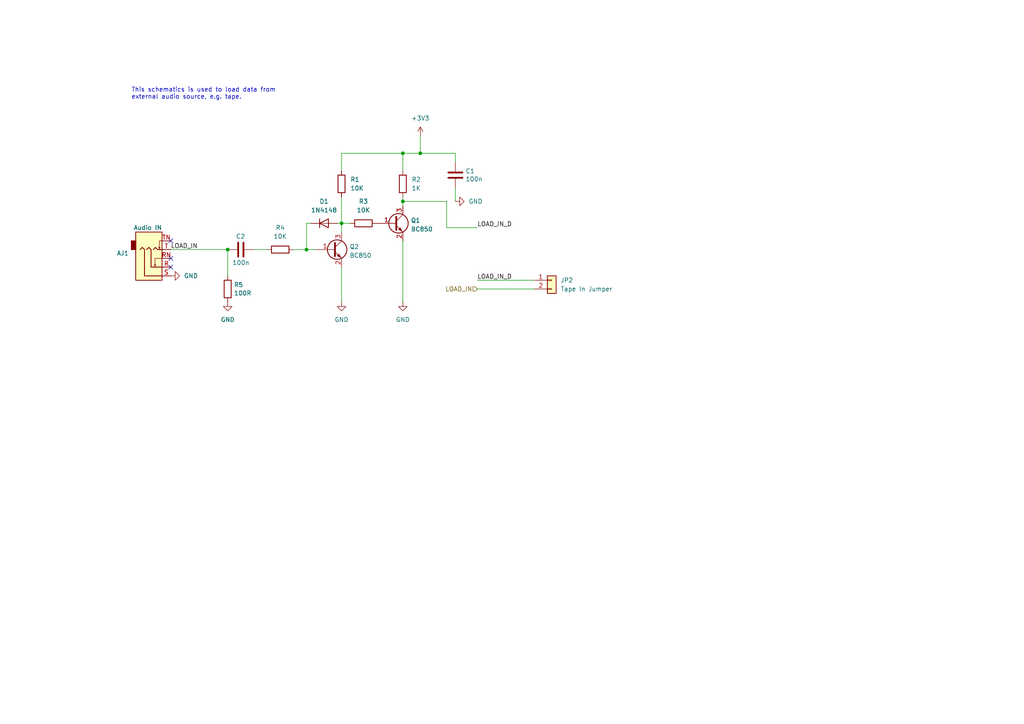
<source format=kicad_sch>
(kicad_sch (version 20231120) (generator "eeschema") (generator_version "8.0")
  (paper "A4")
  (title_block (title "MiniFRANK") (date "2025-01-13") (rev "2.0") (company "Mikhail Matveev") (comment 1 "https://github.com/xtremespb/frank"))
  (lib_symbols
    (symbol "Connector_Generic:Conn_01x02" (pin_names (offset 1.016) hide)
      (property "Reference" "J" (at 0 2.54 0))
      (property "Value" "Conn_01x02" (at 0 -5.08 0))
      (symbol "Conn_01x02_1_1"
        (rectangle (start -1.27 -2.413) (end 0 -2.667) (stroke (width 0.1524)))
        (rectangle (start -1.27 0.127) (end 0 -0.127) (stroke (width 0.1524)))
        (rectangle (start -1.27 1.27) (end 1.27 -3.81) (stroke (width 0.254)) (fill (type background)))
        (pin passive line (at -5.08 0 0) (length 3.81) (name "Pin_1") (number "1"))
        (pin passive line (at -5.08 -2.54 0) (length 3.81) (name "Pin_2") (number "2"))
      )
    )
    (symbol "Device:C" (pin_numbers hide) (pin_names (offset 0.254))
      (property "Reference" "C" (at 0.635 2.54 0))
      (property "Value" "C" (at 0.635 -2.54 0))
      (symbol "C_0_1"
        (polyline (pts (xy -2.032 -0.762) (xy 2.032 -0.762)) (stroke (width 0.508)))
        (polyline (pts (xy -2.032 0.762) (xy 2.032 0.762)) (stroke (width 0.508)))
      )
      (symbol "C_1_1"
        (pin passive line (at 0 3.81 270) (length 2.794) (name "~") (number "1"))
        (pin passive line (at 0 -3.81 90) (length 2.794) (name "~") (number "2"))
      )
    )
    (symbol "Device:D" (pin_numbers hide) (pin_names (offset 1.016) hide)
      (property "Reference" "D" (at 0 2.54 0))
      (property "Value" "D" (at 0 -2.54 0))
      (symbol "D_0_1"
        (polyline (pts (xy -1.27 1.27) (xy -1.27 -1.27)) (stroke (width 0.254)))
        (polyline (pts (xy 1.27 0) (xy -1.27 0)))
        (polyline (pts (xy 1.27 1.27) (xy 1.27 -1.27) (xy -1.27 0) (xy 1.27 1.27)) (stroke (width 0.254)))
      )
      (symbol "D_1_1"
        (pin passive line (at -3.81 0 0) (length 2.54) (name "K") (number "1"))
        (pin passive line (at 3.81 0 180) (length 2.54) (name "A") (number "2"))
      )
    )
    (symbol "Device:R" (pin_numbers hide) (pin_names (offset 0))
      (property "Reference" "R" (at 2.032 0 90))
      (property "Value" "R" (at 0 0 90))
      (symbol "R_0_1"
        (rectangle (start -1.016 -2.54) (end 1.016 2.54) (stroke (width 0.254)))
      )
      (symbol "R_1_1"
        (pin passive line (at 0 3.81 270) (length 1.27) (name "~") (number "1"))
        (pin passive line (at 0 -3.81 90) (length 1.27) (name "~") (number "2"))
      )
    )
    (symbol "FRANK:AudioJack_3.5mm"
      (property "Reference" "AJ2" (at -7.1119 -4.0097 0))
      (symbol "AudioJack_3.5mm_0_1"
        (rectangle (start -5.08 -5.08) (end -6.35 -7.62) (stroke (width 0.254)) (fill (type outline)))
        (polyline (pts (xy 0.508 -0.254) (xy 0.762 -0.762)))
        (polyline (pts (xy 1.778 -5.334) (xy 2.032 -5.842)))
        (polyline (pts (xy 0 -5.08) (xy 0.635 -5.715) (xy 1.27 -5.08) (xy 2.54 -5.08)) (stroke (width 0.254)))
        (polyline (pts (xy 2.54 -7.62) (xy 1.778 -7.62) (xy 1.778 -5.334) (xy 1.524 -5.842)))
        (polyline (pts (xy 2.54 -2.54) (xy 0.508 -2.54) (xy 0.508 -0.254) (xy 0.254 -0.762)))
        (polyline (pts (xy -1.905 -5.08) (xy -1.27 -5.715) (xy -0.635 -5.08) (xy -0.635 0) (xy 2.54 0)) (stroke (width 0.254)))
        (polyline (pts (xy 2.54 2.54) (xy -2.54 2.54) (xy -2.54 -5.08) (xy -3.175 -5.715) (xy -3.81 -5.08)) (stroke (width 0.254)))
        (rectangle (start 2.54 3.81) (end -5.08 -10.16) (stroke (width 0.254)) (fill (type background)))
      )
      (symbol "AudioJack_3.5mm_1_1"
        (pin passive line (at 5.08 0 180) (length 2.54) (name "~") (number "R"))
        (pin passive line (at 5.08 -2.54 180) (length 2.54) (name "~") (number "RN"))
        (pin passive line (at 5.08 2.54 180) (length 2.54) (name "~") (number "S"))
        (pin passive line (at 5.08 -5.08 180) (length 2.54) (name "~") (number "T"))
        (pin passive line (at 5.08 -7.62 180) (length 2.54) (name "~") (number "TN"))
      )
    )
    (symbol "GND_1" (power) (pin_numbers hide) (pin_names (offset 0) hide)
      (property "Value" "GND" (at 0 -3.81 0))
      (symbol "GND_1_0_1"
        (polyline (pts (xy 0 0) (xy 0 -1.27) (xy 1.27 -1.27) (xy 0 -2.54) (xy -1.27 -1.27) (xy 0 -1.27)))
      )
      (symbol "GND_1_1_1"
        (pin power_in line (at 0 0 270) (length 0) (name "~") (number "1"))
      )
    )
    (symbol "GND_2" (power) (pin_numbers hide) (pin_names (offset 0) hide)
      (property "Value" "GND" (at 0 -3.81 0))
      (symbol "GND_2_0_1"
        (polyline (pts (xy 0 0) (xy 0 -1.27) (xy 1.27 -1.27) (xy 0 -2.54) (xy -1.27 -1.27) (xy 0 -1.27)))
      )
      (symbol "GND_2_1_1"
        (pin power_in line (at 0 0 270) (length 0) (name "~") (number "1"))
      )
    )
    (symbol "GND_3" (power) (pin_numbers hide) (pin_names (offset 0) hide)
      (property "Value" "GND" (at 0 -3.81 0))
      (symbol "GND_3_0_1"
        (polyline (pts (xy 0 0) (xy 0 -1.27) (xy 1.27 -1.27) (xy 0 -2.54) (xy -1.27 -1.27) (xy 0 -1.27)))
      )
      (symbol "GND_3_1_1"
        (pin power_in line (at 0 0 270) (length 0) (name "~") (number "1"))
      )
    )
    (symbol "GND_4" (power) (pin_numbers hide) (pin_names (offset 0) hide)
      (property "Value" "GND" (at 0 -3.81 0))
      (symbol "GND_4_0_1"
        (polyline (pts (xy 0 0) (xy 0 -1.27) (xy 1.27 -1.27) (xy 0 -2.54) (xy -1.27 -1.27) (xy 0 -1.27)))
      )
      (symbol "GND_4_1_1"
        (pin power_in line (at 0 0 270) (length 0) (name "~") (number "1"))
      )
    )
    (symbol "Transistor_BJT:BC850" (pin_names (offset 0) hide)
      (property "Reference" "Q" (at 5.08 1.905 0))
      (property "Value" "BC850" (at 5.08 0 0))
      (symbol "BC850_0_1"
        (polyline (pts (xy 0.635 0.635) (xy 2.54 2.54)))
        (polyline (pts (xy 0.635 -0.635) (xy 2.54 -2.54) (xy 2.54 -2.54)))
        (polyline (pts (xy 0.635 1.905) (xy 0.635 -1.905) (xy 0.635 -1.905)) (stroke (width 0.508)))
        (polyline (pts (xy 1.27 -1.778) (xy 1.778 -1.27) (xy 2.286 -2.286) (xy 1.27 -1.778) (xy 1.27 -1.778)) (fill (type outline)))
        (circle (center 1.27 0) (radius 2.8194) (stroke (width 0.254)))
      )
      (symbol "BC850_1_1"
        (pin input line (at -5.08 0 0) (length 5.715) (name "B") (number "1"))
        (pin passive line (at 2.54 -5.08 90) (length 2.54) (name "E") (number "2"))
        (pin passive line (at 2.54 5.08 270) (length 2.54) (name "C") (number "3"))
      )
    )
    (symbol "power:+3V3" (power) (pin_numbers hide) (pin_names (offset 0) hide)
      (property "Value" "+3V3" (at 0 3.556 0))
      (symbol "+3V3_0_1"
        (polyline (pts (xy -0.762 1.27) (xy 0 2.54)))
        (polyline (pts (xy 0 0) (xy 0 2.54)))
        (polyline (pts (xy 0 2.54) (xy 0.762 1.27)))
      )
      (symbol "+3V3_1_1"
        (pin power_in line (at 0 0 90) (length 0) (name "~") (number "1"))
      )
    )
    (symbol "power:GND" (power) (pin_numbers hide) (pin_names (offset 0) hide)
      (property "Value" "GND" (at 0 -3.81 0))
      (symbol "GND_0_1"
        (polyline (pts (xy 0 0) (xy 0 -1.27) (xy 1.27 -1.27) (xy 0 -2.54) (xy -1.27 -1.27) (xy 0 -1.27)))
      )
      (symbol "GND_1_1"
        (pin power_in line (at 0 0 270) (length 0) (name "~") (number "1"))
      )
    )
  )
  (junction (at 116.84 58.42))
  (junction (at 88.9 72.39))
  (junction (at 66.04 72.39))
  (junction (at 99.06 64.77))
  (junction (at 121.92 44.45))
  (junction (at 116.84 44.45))
  (no_connect (at 49.53 69.85))
  (no_connect (at 49.53 74.93))
  (no_connect (at 49.53 77.47))
  (wire (pts (xy 116.84 58.42) (xy 129.54 58.42)))
  (wire (pts (xy 99.06 64.77) (xy 99.06 67.31)))
  (wire (pts (xy 85.09 72.39) (xy 88.9 72.39)))
  (wire (pts (xy 121.92 44.45) (xy 132.08 44.45)))
  (wire (pts (xy 129.54 58.42) (xy 129.54 66.04)))
  (wire (pts (xy 97.79 64.77) (xy 99.06 64.77)))
  (wire (pts (xy 88.9 72.39) (xy 91.44 72.39)))
  (wire (pts (xy 138.43 81.28) (xy 154.94 81.28)))
  (wire (pts (xy 116.84 58.42) (xy 116.84 59.69)))
  (wire (pts (xy 90.17 64.77) (xy 88.9 64.77)))
  (wire (pts (xy 129.54 66.04) (xy 138.43 66.04)))
  (wire (pts (xy 88.9 64.77) (xy 88.9 72.39)))
  (wire (pts (xy 73.66 72.39) (xy 77.47 72.39)))
  (wire (pts (xy 116.84 44.45) (xy 121.92 44.45)))
  (wire (pts (xy 99.06 77.47) (xy 99.06 87.63)))
  (wire (pts (xy 116.84 44.45) (xy 116.84 49.53)))
  (wire (pts (xy 99.06 44.45) (xy 99.06 49.53)))
  (wire (pts (xy 121.92 39.37) (xy 121.92 44.45)))
  (wire (pts (xy 116.84 69.85) (xy 116.84 87.63)))
  (wire (pts (xy 132.08 54.61) (xy 132.08 58.42)))
  (wire (pts (xy 99.06 44.45) (xy 116.84 44.45)))
  (wire (pts (xy 132.08 44.45) (xy 132.08 46.99)))
  (wire (pts (xy 49.53 72.39) (xy 66.04 72.39)))
  (wire (pts (xy 99.06 57.15) (xy 99.06 64.77)))
  (wire (pts (xy 116.84 57.15) (xy 116.84 58.42)))
  (wire (pts (xy 66.04 72.39) (xy 66.04 80.01)))
  (wire (pts (xy 99.06 64.77) (xy 101.6 64.77)))
  (wire (pts (xy 138.43 83.82) (xy 154.94 83.82)))
  (text "This schematics is used to load data from\nexternal audio source, e.g. tape." (at 38.1 27.178 0) (effects (font (size 1.27 1.27)) (justify left)))
  (label "LOAD_IN_D" (at 138.43 81.28 0))
  (label "LOAD_IN_D" (at 138.43 66.04 0))
  (label "LOAD_IN" (at 49.53 72.39 0))
  (hierarchical_label "LOAD_IN" (shape input) (at 138.43 83.82 180))
  (symbol (lib_id "Device:D") (at 93.98 64.77 0) (unit 1)
    (property "Reference" "D1" (at 93.98 58.42 0))
    (property "Value" "1N4148" (at 93.98 60.96 0))
    (property "Footprint" "FRANK:Diode (0805)" (effects (hide yes)))
    (property "Description" "Diode" (effects (hide yes)))
    (property "Sim.Device" "D" (effects (hide yes)))
    (property "Sim.Pins" "1=K 2=A" (effects (hide yes)))
    (instances (project "" (path "" (reference "D1") (unit 1))) (project "" (path "" (reference "D5") (unit 1))))
  )
  (symbol (lib_name "GND_2") (lib_id "power:GND") (at 99.06 87.63 0) (unit 1)
    (property "Reference" "#PWR07" (effects (hide yes)))
    (property "Value" "GND" (at 99.06 92.71 0))
    (property "Description" "Power symbol creates a global label with name \"GND\" , ground" (effects (hide yes)))
    (instances (project "" (path "" (reference "#PWR07") (unit 1))) (project "" (path "" (reference "#PWR055") (unit 1))))
  )
  (symbol (lib_id "Device:R") (at 105.41 64.77 90) (unit 1)
    (property "Reference" "R3" (at 105.41 58.42 90))
    (property "Value" "10K" (at 105.41 60.96 90))
    (property "Footprint" "FRANK:Resistor (0805)" (effects (hide yes)))
    (instances (project "38NJU24" (path "" (reference "R3") (unit 1))) (project "38NJU24" (path "" (reference "R25") (unit 1))))
  )
  (symbol (lib_id "power:GND") (at 66.04 87.63 0) (unit 1)
    (property "Reference" "#PWR06" (effects (hide yes)))
    (property "Value" "GND" (at 66.04 92.71 0))
    (property "Description" "Power symbol creates a global label with name \"GND\" , ground" (effects (hide yes)))
    (instances (project "" (path "" (reference "#PWR06") (unit 1))) (project "" (path "" (reference "#PWR054") (unit 1))))
  )
  (symbol (lib_id "Device:R") (at 116.84 53.34 0) (unit 1)
    (property "Reference" "R2" (at 119.38 52.0699 0) (effects (justify left)))
    (property "Value" "1K" (at 119.38 54.6099 0) (effects (justify left)))
    (property "Footprint" "FRANK:Resistor (0805)" (effects (hide yes)))
    (instances (project "38NJU24" (path "" (reference "R2") (unit 1))) (project "38NJU24" (path "" (reference "R24") (unit 1))))
  )
  (symbol (lib_id "FRANK:AudioJack_3.5mm") (at 44.45 77.47 0) (mirror x) (unit 1)
    (property "Reference" "AJ1" (at 37.3381 73.4603 0) (effects (justify right)))
    (property "Value" "Audio IN" (at 46.99 66.04 0) (effects (justify right)))
    (property "Footprint" "FRANK:Jack (3.5mm)" (effects (hide yes)))
    (property "Datasheet" "https://eu.mouser.com/datasheet/2/1628/sj1_353xng-3511142.pdf" (effects (hide yes)))
    (property "Description" "Audio Jack, 3 Poles (Stereo / TRS), Switched TR Poles (Normalling)" (effects (hide yes)))
  )
  (symbol (lib_id "Device:C") (at 69.85 72.39 90) (unit 1)
    (property "Reference" "C2" (at 71.12 68.58 90) (effects (justify left)))
    (property "Value" "100n" (at 72.39 76.2 90) (effects (justify left)))
    (property "Footprint" "FRANK:Capacitor (0805)" (effects (hide yes)))
    (property "Datasheet" "https://eu.mouser.com/datasheet/2/447/KEM_C1075_X7R_HT_SMD-3316221.pdf" (effects (hide yes)))
    (instances (project "38NJU24" (path "" (reference "C2") (unit 1))) (project "38NJU24" (path "" (reference "C23") (unit 1))))
  )
  (symbol (lib_name "GND_1") (lib_id "power:GND") (at 49.53 80.01 90) (unit 1)
    (property "Reference" "#PWR05" (effects (hide yes)))
    (property "Value" "GND" (at 53.34 80.0099 90) (effects (justify right)))
    (property "Description" "Power symbol creates a global label with name \"GND\" , ground" (effects (hide yes)))
    (instances (project "" (path "" (reference "#PWR05") (unit 1))) (project "" (path "" (reference "#PWR053") (unit 1))))
  )
  (symbol (lib_id "Device:R") (at 81.28 72.39 90) (unit 1)
    (property "Reference" "R4" (at 81.28 66.04 90))
    (property "Value" "10K" (at 81.28 68.58 90))
    (property "Footprint" "FRANK:Resistor (0805)" (effects (hide yes)))
    (instances (project "38NJU24" (path "" (reference "R4") (unit 1))) (project "38NJU24" (path "" (reference "R26") (unit 1))))
  )
  (symbol (lib_name "GND_4") (lib_id "power:GND") (at 132.08 58.42 90) (unit 1)
    (property "Reference" "#PWR04" (effects (hide yes)))
    (property "Value" "GND" (at 135.89 58.4199 90) (effects (justify right)))
    (property "Description" "Power symbol creates a global label with name \"GND\" , ground" (effects (hide yes)))
    (instances (project "" (path "" (reference "#PWR04") (unit 1))) (project "" (path "" (reference "#PWR052") (unit 1))))
  )
  (symbol (lib_id "Connector_Generic:Conn_01x02") (at 160.02 81.28 0) (unit 1)
    (property "Reference" "JP2" (at 162.56 81.2799 0) (effects (justify left)))
    (property "Value" "Tape In Jumper" (at 162.56 83.8199 0) (effects (justify left)))
    (property "Footprint" "FRANK:Pin Header (1x02)" (effects (hide yes)))
    (property "Description" "Generic connector, single row, 01x02, script generated (kicad-library-utils/schlib/autogen/connector/)" (effects (hide yes)))
  )
  (symbol (lib_name "GND_3") (lib_id "power:GND") (at 116.84 87.63 0) (unit 1)
    (property "Reference" "#PWR08" (effects (hide yes)))
    (property "Value" "GND" (at 116.84 92.71 0))
    (property "Description" "Power symbol creates a global label with name \"GND\" , ground" (effects (hide yes)))
    (instances (project "" (path "" (reference "#PWR08") (unit 1))) (project "" (path "" (reference "#PWR056") (unit 1))))
  )
  (symbol (lib_id "power:+3V3") (at 121.92 39.37 0) (unit 1)
    (property "Reference" "#PWR03" (effects (hide yes)))
    (property "Value" "+3V3" (at 121.92 34.29 0))
    (property "Description" "Power symbol creates a global label with name \"+3V3\"" (effects (hide yes)))
    (instances (project "" (path "" (reference "#PWR03") (unit 1))) (project "" (path "" (reference "#PWR051") (unit 1))))
  )
  (symbol (lib_id "Device:C") (at 132.08 50.8 0) (unit 1)
    (property "Reference" "C1" (at 135.001 49.6316 0) (effects (justify left)))
    (property "Value" "100n" (at 135.001 51.943 0) (effects (justify left)))
    (property "Footprint" "FRANK:Capacitor (0805)" (effects (hide yes)))
    (property "Datasheet" "https://eu.mouser.com/datasheet/2/447/KEM_C1075_X7R_HT_SMD-3316221.pdf" (effects (hide yes)))
    (instances (project "38NJU24" (path "" (reference "C1") (unit 1))) (project "38NJU24" (path "" (reference "C22") (unit 1))))
  )
  (symbol (lib_id "Device:R") (at 66.04 83.82 0) (unit 1)
    (property "Reference" "R5" (at 67.818 82.6078 0) (effects (justify left)))
    (property "Value" "100R" (at 67.818 85.0321 0) (effects (justify left)))
    (property "Footprint" "FRANK:Resistor (0805)" (effects (hide yes)))
    (instances (project "38NJU24" (path "" (reference "R5") (unit 1))) (project "38NJU24" (path "" (reference "R27") (unit 1))))
  )
  (symbol (lib_id "Transistor_BJT:BC850") (at 96.52 72.39 0) (unit 1)
    (property "Reference" "Q2" (at 101.3714 71.5553 0) (effects (justify left)))
    (property "Value" "BC850" (at 101.3714 74.0922 0) (effects (justify left)))
    (property "Footprint" "FRANK:SOT-23" (effects (hide yes)))
    (property "Datasheet" "http://www.infineon.com/dgdl/Infineon-BC847SERIES_BC848SERIES_BC849SERIES_BC850SERIES-DS-v01_01-en.pdf?fileId=db3a304314dca389011541d4630a1657" (effects (hide yes)))
  )
  (symbol (lib_id "Device:R") (at 99.06 53.34 0) (unit 1)
    (property "Reference" "R1" (at 101.6 52.0699 0) (effects (justify left)))
    (property "Value" "10K" (at 101.6 54.6099 0) (effects (justify left)))
    (property "Footprint" "FRANK:Resistor (0805)" (effects (hide yes)))
    (instances (project "38NJU24" (path "" (reference "R1") (unit 1))) (project "38NJU24" (path "" (reference "R23") (unit 1))))
  )
  (symbol (lib_id "Transistor_BJT:BC850") (at 114.3 64.77 0) (unit 1)
    (property "Reference" "Q1" (at 119.1514 63.9353 0) (effects (justify left)))
    (property "Value" "BC850" (at 119.1514 66.4722 0) (effects (justify left)))
    (property "Footprint" "FRANK:SOT-23" (effects (hide yes)))
    (property "Datasheet" "http://www.infineon.com/dgdl/Infineon-BC847SERIES_BC848SERIES_BC849SERIES_BC850SERIES-DS-v01_01-en.pdf?fileId=db3a304314dca389011541d4630a1657" (effects (hide yes)))
  )
)
</source>
